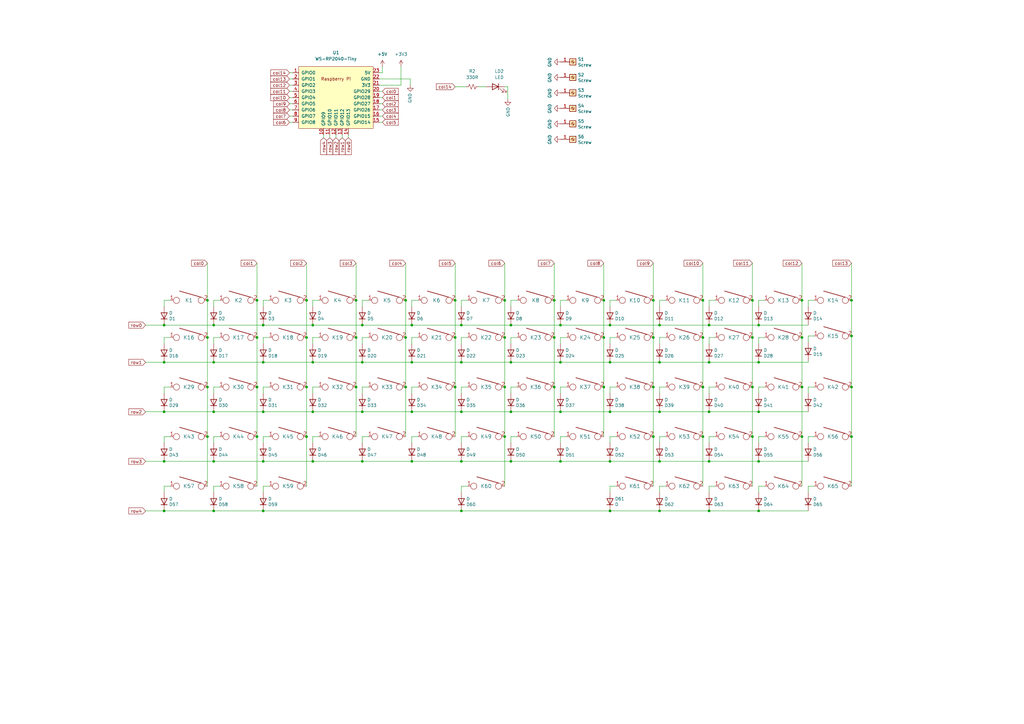
<source format=kicad_sch>
(kicad_sch (version 20211123) (generator eeschema)
  (paper "A3")
  (junction (at 227.33 158.75))
  (junction (at 227.33 138.43))
  (junction (at 229.87 168.91))
  (junction (at 311.15 168.91))
  (junction (at 270.51 209.55))
  (junction (at 85.09 138.43))
  (junction (at 125.73 123.19))
  (junction (at 105.41 123.19))
  (junction (at 85.09 158.75))
  (junction (at 308.61 179.07))
  (junction (at 148.59 189.23))
  (junction (at 311.15 189.23))
  (junction (at 168.91 168.91))
  (junction (at 229.87 148.59))
  (junction (at 209.55 168.91))
  (junction (at 207.01 158.75))
  (junction (at 107.95 148.59))
  (junction (at 290.83 133.35))
  (junction (at 229.87 133.35))
  (junction (at 87.63 133.35))
  (junction (at 105.41 158.75))
  (junction (at 288.29 138.43))
  (junction (at 146.05 123.19))
  (junction (at 311.15 148.59))
  (junction (at 349.25 123.19))
  (junction (at 247.65 158.75))
  (junction (at 207.01 138.43))
  (junction (at 166.37 123.19))
  (junction (at 189.23 209.55))
  (junction (at 207.01 123.19))
  (junction (at 125.73 138.43))
  (junction (at 128.27 168.91))
  (junction (at 168.91 148.59))
  (junction (at 148.59 168.91))
  (junction (at 107.95 168.91))
  (junction (at 166.37 138.43))
  (junction (at 67.31 209.55))
  (junction (at 85.09 123.19))
  (junction (at 128.27 189.23))
  (junction (at 107.95 209.55))
  (junction (at 290.83 209.55))
  (junction (at 349.25 179.07))
  (junction (at 328.93 123.19))
  (junction (at 247.65 138.43))
  (junction (at 328.93 179.07))
  (junction (at 125.73 179.07))
  (junction (at 105.41 179.07))
  (junction (at 308.61 138.43))
  (junction (at 270.51 168.91))
  (junction (at 67.31 133.35))
  (junction (at 166.37 158.75))
  (junction (at 288.29 158.75))
  (junction (at 128.27 148.59))
  (junction (at 250.19 133.35))
  (junction (at 209.55 133.35))
  (junction (at 148.59 148.59))
  (junction (at 270.51 189.23))
  (junction (at 270.51 133.35))
  (junction (at 267.97 138.43))
  (junction (at 267.97 158.75))
  (junction (at 87.63 209.55))
  (junction (at 107.95 189.23))
  (junction (at 290.83 168.91))
  (junction (at 186.69 158.75))
  (junction (at 308.61 123.19))
  (junction (at 267.97 179.07))
  (junction (at 107.95 133.35))
  (junction (at 87.63 189.23))
  (junction (at 250.19 209.55))
  (junction (at 227.33 123.19))
  (junction (at 229.87 189.23))
  (junction (at 67.31 189.23))
  (junction (at 168.91 189.23))
  (junction (at 148.59 133.35))
  (junction (at 250.19 189.23))
  (junction (at 267.97 123.19))
  (junction (at 207.01 179.07))
  (junction (at 290.83 189.23))
  (junction (at 87.63 148.59))
  (junction (at 328.93 138.43))
  (junction (at 250.19 148.59))
  (junction (at 209.55 148.59))
  (junction (at 288.29 179.07))
  (junction (at 311.15 133.35))
  (junction (at 186.69 138.43))
  (junction (at 189.23 189.23))
  (junction (at 349.25 137.795))
  (junction (at 349.25 158.75))
  (junction (at 128.27 133.35))
  (junction (at 209.55 189.23))
  (junction (at 189.23 133.35))
  (junction (at 328.93 158.75))
  (junction (at 146.05 138.43))
  (junction (at 250.19 168.91))
  (junction (at 67.31 148.59))
  (junction (at 125.73 158.75))
  (junction (at 168.91 133.35))
  (junction (at 308.61 158.75))
  (junction (at 189.23 168.91))
  (junction (at 186.69 123.19))
  (junction (at 67.31 168.91))
  (junction (at 290.83 148.59))
  (junction (at 270.51 148.59))
  (junction (at 189.23 148.59))
  (junction (at 85.09 179.07))
  (junction (at 311.15 209.55))
  (junction (at 87.63 168.91))
  (junction (at 247.65 123.19))
  (junction (at 146.05 158.75))
  (junction (at 105.41 138.43))
  (junction (at 288.29 123.19))
  (wire (pts (xy 331.47 137.795) (xy 334.01 137.795)))
  (wire (pts (xy 189.23 161.29) (xy 189.23 158.75)))
  (wire (pts (xy 189.23 189.23) (xy 209.55 189.23)))
  (wire (pts (xy 288.29 179.07) (xy 288.29 158.75)))
  (wire (pts (xy 67.31 123.19) (xy 69.85 123.19)))
  (wire (pts (xy 118.745 40.005) (xy 120.015 40.005)))
  (wire (pts (xy 164.465 34.925) (xy 155.575 34.925)))
  (wire (pts (xy 107.95 168.91) (xy 87.63 168.91)))
  (wire (pts (xy 229.87 138.43) (xy 232.41 138.43)))
  (wire (pts (xy 107.95 158.75) (xy 110.49 158.75)))
  (wire (pts (xy 227.33 138.43) (xy 227.33 158.75)))
  (wire (pts (xy 229.87 158.75) (xy 232.41 158.75)))
  (wire (pts (xy 148.59 125.73) (xy 148.59 123.19)))
  (wire (pts (xy 67.31 140.97) (xy 67.31 138.43)))
  (wire (pts (xy 118.745 45.085) (xy 120.015 45.085)))
  (wire (pts (xy 270.51 140.97) (xy 270.51 138.43)))
  (wire (pts (xy 250.19 148.59) (xy 270.51 148.59)))
  (wire (pts (xy 128.27 181.61) (xy 128.27 179.07)))
  (wire (pts (xy 107.95 133.35) (xy 128.27 133.35)))
  (wire (pts (xy 186.69 138.43) (xy 186.69 158.75)))
  (wire (pts (xy 189.23 133.35) (xy 209.55 133.35)))
  (wire (pts (xy 156.845 29.845) (xy 155.575 29.845)))
  (wire (pts (xy 290.83 179.07) (xy 293.37 179.07)))
  (wire (pts (xy 107.95 179.07) (xy 110.49 179.07)))
  (wire (pts (xy 331.47 181.61) (xy 331.47 179.07)))
  (wire (pts (xy 288.29 179.07) (xy 288.29 199.39)))
  (wire (pts (xy 107.95 140.97) (xy 107.95 138.43)))
  (wire (pts (xy 107.95 209.55) (xy 87.63 209.55)))
  (wire (pts (xy 331.47 123.19) (xy 334.01 123.19)))
  (wire (pts (xy 290.83 181.61) (xy 290.83 179.07)))
  (wire (pts (xy 270.51 199.39) (xy 273.05 199.39)))
  (wire (pts (xy 156.845 40.005) (xy 155.575 40.005)))
  (wire (pts (xy 349.25 107.95) (xy 349.25 123.19)))
  (wire (pts (xy 168.91 140.97) (xy 168.91 138.43)))
  (wire (pts (xy 107.95 125.73) (xy 107.95 123.19)))
  (wire (pts (xy 207.01 35.56) (xy 208.28 35.56)))
  (wire (pts (xy 128.27 148.59) (xy 148.59 148.59)))
  (wire (pts (xy 227.33 158.75) (xy 227.33 179.07)))
  (wire (pts (xy 156.845 42.545) (xy 155.575 42.545)))
  (wire (pts (xy 290.83 201.93) (xy 290.83 199.39)))
  (wire (pts (xy 168.91 179.07) (xy 171.45 179.07)))
  (wire (pts (xy 105.41 123.19) (xy 105.41 138.43)))
  (wire (pts (xy 229.87 189.23) (xy 250.19 189.23)))
  (wire (pts (xy 209.55 179.07) (xy 212.09 179.07)))
  (wire (pts (xy 125.73 138.43) (xy 125.73 158.75)))
  (wire (pts (xy 209.55 148.59) (xy 229.87 148.59)))
  (wire (pts (xy 311.15 209.55) (xy 331.47 209.55)))
  (wire (pts (xy 67.31 148.59) (xy 87.63 148.59)))
  (wire (pts (xy 148.59 140.97) (xy 148.59 138.43)))
  (wire (pts (xy 128.27 123.19) (xy 130.81 123.19)))
  (wire (pts (xy 308.61 123.19) (xy 308.61 138.43)))
  (wire (pts (xy 290.83 138.43) (xy 293.37 138.43)))
  (wire (pts (xy 229.87 168.91) (xy 209.55 168.91)))
  (wire (pts (xy 207.01 123.19) (xy 207.01 107.95)))
  (wire (pts (xy 87.63 199.39) (xy 90.17 199.39)))
  (wire (pts (xy 209.55 123.19) (xy 212.09 123.19)))
  (wire (pts (xy 168.91 125.73) (xy 168.91 123.19)))
  (wire (pts (xy 331.47 140.335) (xy 331.47 137.795)))
  (wire (pts (xy 331.47 179.07) (xy 334.01 179.07)))
  (wire (pts (xy 146.05 123.19) (xy 146.05 138.43)))
  (wire (pts (xy 328.93 123.19) (xy 328.93 107.95)))
  (wire (pts (xy 189.23 181.61) (xy 189.23 179.07)))
  (wire (pts (xy 140.335 56.515) (xy 140.335 55.245)))
  (wire (pts (xy 311.15 179.07) (xy 313.69 179.07)))
  (wire (pts (xy 189.23 199.39) (xy 191.77 199.39)))
  (wire (pts (xy 67.31 201.93) (xy 67.31 199.39)))
  (wire (pts (xy 156.845 50.165) (xy 155.575 50.165)))
  (wire (pts (xy 208.28 35.56) (xy 208.28 40.64)))
  (wire (pts (xy 105.41 158.75) (xy 105.41 179.07)))
  (wire (pts (xy 209.55 168.91) (xy 189.23 168.91)))
  (wire (pts (xy 349.25 137.795) (xy 349.25 158.75)))
  (wire (pts (xy 156.845 47.625) (xy 155.575 47.625)))
  (wire (pts (xy 59.69 148.59) (xy 67.31 148.59)))
  (wire (pts (xy 125.73 179.07) (xy 125.73 199.39)))
  (wire (pts (xy 186.69 123.19) (xy 186.69 138.43)))
  (wire (pts (xy 189.23 179.07) (xy 191.77 179.07)))
  (wire (pts (xy 142.875 56.515) (xy 142.875 55.245)))
  (wire (pts (xy 331.47 158.75) (xy 334.01 158.75)))
  (wire (pts (xy 229.87 123.19) (xy 232.41 123.19)))
  (wire (pts (xy 168.91 148.59) (xy 189.23 148.59)))
  (wire (pts (xy 186.69 158.75) (xy 186.69 179.07)))
  (wire (pts (xy 250.19 189.23) (xy 270.51 189.23)))
  (wire (pts (xy 59.69 133.35) (xy 67.31 133.35)))
  (wire (pts (xy 267.97 123.19) (xy 267.97 138.43)))
  (wire (pts (xy 250.19 201.93) (xy 250.19 199.39)))
  (wire (pts (xy 270.51 179.07) (xy 273.05 179.07)))
  (wire (pts (xy 118.745 37.465) (xy 120.015 37.465)))
  (wire (pts (xy 107.95 123.19) (xy 110.49 123.19)))
  (wire (pts (xy 125.73 123.19) (xy 125.73 138.43)))
  (wire (pts (xy 290.83 161.29) (xy 290.83 158.75)))
  (wire (pts (xy 128.27 138.43) (xy 130.81 138.43)))
  (wire (pts (xy 168.275 32.385) (xy 155.575 32.385)))
  (wire (pts (xy 168.91 168.91) (xy 148.59 168.91)))
  (wire (pts (xy 128.27 179.07) (xy 130.81 179.07)))
  (wire (pts (xy 137.795 56.515) (xy 137.795 55.245)))
  (wire (pts (xy 128.27 161.29) (xy 128.27 158.75)))
  (wire (pts (xy 290.83 140.97) (xy 290.83 138.43)))
  (wire (pts (xy 118.745 29.845) (xy 120.015 29.845)))
  (wire (pts (xy 132.715 56.515) (xy 132.715 55.245)))
  (wire (pts (xy 270.51 209.55) (xy 250.19 209.55)))
  (wire (pts (xy 349.25 179.07) (xy 349.25 199.39)))
  (wire (pts (xy 87.63 148.59) (xy 107.95 148.59)))
  (wire (pts (xy 118.745 34.925) (xy 120.015 34.925)))
  (wire (pts (xy 189.23 148.59) (xy 209.55 148.59)))
  (wire (pts (xy 229.87 148.59) (xy 250.19 148.59)))
  (wire (pts (xy 87.63 125.73) (xy 87.63 123.19)))
  (wire (pts (xy 229.87 179.07) (xy 232.41 179.07)))
  (wire (pts (xy 207.01 158.75) (xy 207.01 179.07)))
  (wire (pts (xy 247.65 123.19) (xy 247.65 107.95)))
  (wire (pts (xy 87.63 123.19) (xy 90.17 123.19)))
  (wire (pts (xy 125.73 158.75) (xy 125.73 179.07)))
  (wire (pts (xy 209.55 189.23) (xy 229.87 189.23)))
  (wire (pts (xy 189.23 140.97) (xy 189.23 138.43)))
  (wire (pts (xy 118.745 47.625) (xy 120.015 47.625)))
  (wire (pts (xy 67.31 133.35) (xy 87.63 133.35)))
  (wire (pts (xy 166.37 138.43) (xy 166.37 123.19)))
  (wire (pts (xy 118.745 42.545) (xy 120.015 42.545)))
  (wire (pts (xy 85.09 123.19) (xy 85.09 138.43)))
  (wire (pts (xy 290.83 158.75) (xy 293.37 158.75)))
  (wire (pts (xy 148.59 181.61) (xy 148.59 179.07)))
  (wire (pts (xy 250.19 161.29) (xy 250.19 158.75)))
  (wire (pts (xy 168.91 123.19) (xy 171.45 123.19)))
  (wire (pts (xy 270.51 161.29) (xy 270.51 158.75)))
  (wire (pts (xy 146.05 107.95) (xy 146.05 123.19)))
  (wire (pts (xy 105.41 138.43) (xy 105.41 158.75)))
  (wire (pts (xy 168.91 161.29) (xy 168.91 158.75)))
  (wire (pts (xy 67.31 158.75) (xy 69.85 158.75)))
  (wire (pts (xy 166.37 123.19) (xy 166.37 107.95)))
  (wire (pts (xy 85.09 179.07) (xy 85.09 199.39)))
  (wire (pts (xy 148.59 179.07) (xy 151.13 179.07)))
  (wire (pts (xy 87.63 201.93) (xy 87.63 199.39)))
  (wire (pts (xy 229.87 125.73) (xy 229.87 123.19)))
  (wire (pts (xy 209.55 140.97) (xy 209.55 138.43)))
  (wire (pts (xy 107.95 148.59) (xy 128.27 148.59)))
  (wire (pts (xy 311.15 199.39) (xy 313.69 199.39)))
  (wire (pts (xy 67.31 179.07) (xy 69.85 179.07)))
  (wire (pts (xy 290.83 123.19) (xy 293.37 123.19)))
  (wire (pts (xy 331.47 161.29) (xy 331.47 158.75)))
  (wire (pts (xy 311.15 125.73) (xy 311.15 123.19)))
  (wire (pts (xy 164.465 27.305) (xy 164.465 34.925)))
  (wire (pts (xy 186.69 107.95) (xy 186.69 123.19)))
  (wire (pts (xy 308.61 138.43) (xy 308.61 158.75)))
  (wire (pts (xy 146.05 158.75) (xy 146.05 179.07)))
  (wire (pts (xy 250.19 138.43) (xy 252.73 138.43)))
  (wire (pts (xy 270.51 201.93) (xy 270.51 199.39)))
  (wire (pts (xy 105.41 107.95) (xy 105.41 123.19)))
  (wire (pts (xy 311.15 133.35) (xy 331.47 133.35)))
  (wire (pts (xy 250.19 181.61) (xy 250.19 179.07)))
  (wire (pts (xy 87.63 179.07) (xy 90.17 179.07)))
  (wire (pts (xy 168.91 181.61) (xy 168.91 179.07)))
  (wire (pts (xy 250.19 125.73) (xy 250.19 123.19)))
  (wire (pts (xy 148.59 123.19) (xy 151.13 123.19)))
  (wire (pts (xy 67.31 199.39) (xy 69.85 199.39)))
  (wire (pts (xy 247.65 138.43) (xy 247.65 123.19)))
  (wire (pts (xy 331.47 125.73) (xy 331.47 123.19)))
  (wire (pts (xy 250.19 179.07) (xy 252.73 179.07)))
  (wire (pts (xy 349.25 123.19) (xy 349.25 137.795)))
  (wire (pts (xy 67.31 181.61) (xy 67.31 179.07)))
  (wire (pts (xy 270.51 125.73) (xy 270.51 123.19)))
  (wire (pts (xy 288.29 138.43) (xy 288.29 123.19)))
  (wire (pts (xy 118.745 50.165) (xy 120.015 50.165)))
  (wire (pts (xy 118.745 32.385) (xy 120.015 32.385)))
  (wire (pts (xy 209.55 161.29) (xy 209.55 158.75)))
  (wire (pts (xy 168.91 133.35) (xy 189.23 133.35)))
  (wire (pts (xy 229.87 161.29) (xy 229.87 158.75)))
  (wire (pts (xy 331.47 201.93) (xy 331.47 199.39)))
  (wire (pts (xy 107.95 181.61) (xy 107.95 179.07)))
  (wire (pts (xy 189.23 201.93) (xy 189.23 199.39)))
  (wire (pts (xy 105.41 179.07) (xy 105.41 199.39)))
  (wire (pts (xy 250.19 168.91) (xy 229.87 168.91)))
  (wire (pts (xy 107.95 199.39) (xy 110.49 199.39)))
  (wire (pts (xy 331.47 199.39) (xy 334.01 199.39)))
  (wire (pts (xy 128.27 158.75) (xy 130.81 158.75)))
  (wire (pts (xy 207.01 179.07) (xy 207.01 199.39)))
  (wire (pts (xy 189.23 123.19) (xy 191.77 123.19)))
  (wire (pts (xy 349.25 158.75) (xy 349.25 179.07)))
  (wire (pts (xy 227.33 107.95) (xy 227.33 123.19)))
  (wire (pts (xy 107.95 189.23) (xy 128.27 189.23)))
  (wire (pts (xy 250.19 199.39) (xy 252.73 199.39)))
  (wire (pts (xy 59.69 189.23) (xy 67.31 189.23)))
  (wire (pts (xy 148.59 189.23) (xy 168.91 189.23)))
  (wire (pts (xy 87.63 181.61) (xy 87.63 179.07)))
  (wire (pts (xy 128.27 133.35) (xy 148.59 133.35)))
  (wire (pts (xy 311.15 161.29) (xy 311.15 158.75)))
  (wire (pts (xy 290.83 125.73) (xy 290.83 123.19)))
  (wire (pts (xy 128.27 168.91) (xy 107.95 168.91)))
  (wire (pts (xy 311.15 168.91) (xy 290.83 168.91)))
  (wire (pts (xy 189.23 168.91) (xy 168.91 168.91)))
  (wire (pts (xy 166.37 158.75) (xy 166.37 138.43)))
  (wire (pts (xy 247.65 179.07) (xy 247.65 158.75)))
  (wire (pts (xy 85.09 158.75) (xy 85.09 179.07)))
  (wire (pts (xy 107.95 138.43) (xy 110.49 138.43)))
  (wire (pts (xy 67.31 138.43) (xy 69.85 138.43)))
  (wire (pts (xy 270.51 181.61) (xy 270.51 179.07)))
  (wire (pts (xy 87.63 189.23) (xy 107.95 189.23)))
  (wire (pts (xy 85.09 107.95) (xy 85.09 123.19)))
  (wire (pts (xy 267.97 107.95) (xy 267.97 123.19)))
  (wire (pts (xy 290.83 209.55) (xy 270.51 209.55)))
  (wire (pts (xy 189.23 158.75) (xy 191.77 158.75)))
  (wire (pts (xy 250.19 158.75) (xy 252.73 158.75)))
  (wire (pts (xy 267.97 138.43) (xy 267.97 158.75)))
  (wire (pts (xy 270.51 123.19) (xy 273.05 123.19)))
  (wire (pts (xy 328.93 158.75) (xy 328.93 138.43)))
  (wire (pts (xy 270.51 158.75) (xy 273.05 158.75)))
  (wire (pts (xy 189.23 209.55) (xy 250.19 209.55)))
  (wire (pts (xy 67.31 168.91) (xy 59.69 168.91)))
  (wire (pts (xy 189.23 209.55) (xy 107.95 209.55)))
  (wire (pts (xy 229.87 140.97) (xy 229.87 138.43)))
  (wire (pts (xy 107.95 161.29) (xy 107.95 158.75)))
  (wire (pts (xy 196.215 35.56) (xy 199.39 35.56)))
  (wire (pts (xy 209.55 125.73) (xy 209.55 123.19)))
  (wire (pts (xy 247.65 158.75) (xy 247.65 138.43)))
  (wire (pts (xy 209.55 133.35) (xy 229.87 133.35)))
  (wire (pts (xy 290.83 199.39) (xy 293.37 199.39)))
  (wire (pts (xy 168.91 138.43) (xy 171.45 138.43)))
  (wire (pts (xy 290.83 189.23) (xy 311.15 189.23)))
  (wire (pts (xy 311.15 123.19) (xy 313.69 123.19)))
  (wire (pts (xy 156.845 27.305) (xy 156.845 29.845)))
  (wire (pts (xy 207.01 138.43) (xy 207.01 123.19)))
  (wire (pts (xy 270.51 168.91) (xy 250.19 168.91)))
  (wire (pts (xy 270.51 138.43) (xy 273.05 138.43)))
  (wire (pts (xy 189.23 125.73) (xy 189.23 123.19)))
  (wire (pts (xy 128.27 189.23) (xy 148.59 189.23)))
  (wire (pts (xy 250.19 123.19) (xy 252.73 123.19)))
  (wire (pts (xy 270.51 133.35) (xy 290.83 133.35)))
  (wire (pts (xy 148.59 168.91) (xy 128.27 168.91)))
  (wire (pts (xy 308.61 179.07) (xy 308.61 199.39)))
  (wire (pts (xy 209.55 181.61) (xy 209.55 179.07)))
  (wire (pts (xy 85.09 138.43) (xy 85.09 158.75)))
  (wire (pts (xy 128.27 140.97) (xy 128.27 138.43)))
  (wire (pts (xy 229.87 133.35) (xy 250.19 133.35)))
  (wire (pts (xy 290.83 133.35) (xy 311.15 133.35)))
  (wire (pts (xy 207.01 138.43) (xy 207.01 158.75)))
  (wire (pts (xy 250.19 133.35) (xy 270.51 133.35)))
  (wire (pts (xy 267.97 158.75) (xy 267.97 179.07)))
  (wire (pts (xy 148.59 158.75) (xy 151.13 158.75)))
  (wire (pts (xy 311.15 138.43) (xy 313.69 138.43)))
  (wire (pts (xy 229.87 181.61) (xy 229.87 179.07)))
  (wire (pts (xy 128.27 125.73) (xy 128.27 123.19)))
  (wire (pts (xy 148.59 133.35) (xy 168.91 133.35)))
  (wire (pts (xy 67.31 189.23) (xy 87.63 189.23)))
  (wire (pts (xy 311.15 201.93) (xy 311.15 199.39)))
  (wire (pts (xy 267.97 179.07) (xy 267.97 199.39)))
  (wire (pts (xy 168.91 189.23) (xy 189.23 189.23)))
  (wire (pts (xy 331.47 148.59) (xy 331.47 147.955)))
  (wire (pts (xy 168.275 34.925) (xy 168.275 32.385)))
  (wire (pts (xy 328.93 158.75) (xy 328.93 179.07)))
  (wire (pts (xy 328.93 138.43) (xy 328.93 123.19)))
  (wire (pts (xy 290.83 168.91) (xy 270.51 168.91)))
  (wire (pts (xy 331.47 168.91) (xy 311.15 168.91)))
  (wire (pts (xy 107.95 201.93) (xy 107.95 199.39)))
  (wire (pts (xy 328.93 179.07) (xy 328.93 199.39)))
  (wire (pts (xy 168.91 158.75) (xy 171.45 158.75)))
  (wire (pts (xy 308.61 107.95) (xy 308.61 123.19)))
  (wire (pts (xy 148.59 138.43) (xy 151.13 138.43)))
  (wire (pts (xy 227.33 123.19) (xy 227.33 138.43)))
  (wire (pts (xy 67.31 161.29) (xy 67.31 158.75)))
  (wire (pts (xy 87.63 209.55) (xy 67.31 209.55)))
  (wire (pts (xy 189.23 138.43) (xy 191.77 138.43)))
  (wire (pts (xy 250.19 140.97) (xy 250.19 138.43)))
  (wire (pts (xy 67.31 125.73) (xy 67.31 123.19)))
  (wire (pts (xy 67.31 209.55) (xy 59.69 209.55)))
  (wire (pts (xy 209.55 138.43) (xy 212.09 138.43)))
  (wire (pts (xy 311.15 181.61) (xy 311.15 179.07)))
  (wire (pts (xy 87.63 168.91) (xy 67.31 168.91)))
  (wire (pts (xy 288.29 158.75) (xy 288.29 138.43)))
  (wire (pts (xy 270.51 189.23) (xy 290.83 189.23)))
  (wire (pts (xy 125.73 107.95) (xy 125.73 123.19)))
  (wire (pts (xy 311.15 209.55) (xy 290.83 209.55)))
  (wire (pts (xy 148.59 148.59) (xy 168.91 148.59)))
  (wire (pts (xy 87.63 161.29) (xy 87.63 158.75)))
  (wire (pts (xy 135.255 56.515) (xy 135.255 55.245)))
  (wire (pts (xy 308.61 158.75) (xy 308.61 179.07)))
  (wire (pts (xy 148.59 161.29) (xy 148.59 158.75)))
  (wire (pts (xy 311.15 189.23) (xy 331.47 189.23)))
  (wire (pts (xy 290.83 148.59) (xy 311.15 148.59)))
  (wire (pts (xy 311.15 148.59) (xy 331.47 148.59)))
  (wire (pts (xy 270.51 148.59) (xy 290.83 148.59)))
  (wire (pts (xy 311.15 158.75) (xy 313.69 158.75)))
  (wire (pts (xy 146.05 138.43) (xy 146.05 158.75)))
  (wire (pts (xy 288.29 123.19) (xy 288.29 107.95)))
  (wire (pts (xy 87.63 140.97) (xy 87.63 138.43)))
  (wire (pts (xy 209.55 158.75) (xy 212.09 158.75)))
  (wire (pts (xy 156.845 45.085) (xy 155.575 45.085)))
  (wire (pts (xy 87.63 158.75) (xy 90.17 158.75)))
  (wire (pts (xy 156.845 37.465) (xy 155.575 37.465)))
  (wire (pts (xy 166.37 179.07) (xy 166.37 158.75)))
  (wire (pts (xy 311.15 140.97) (xy 311.15 138.43)))
  (wire (pts (xy 87.63 133.35) (xy 107.95 133.35)))
  (wire (pts (xy 186.69 35.56) (xy 191.135 35.56)))
  (wire (pts (xy 87.63 138.43) (xy 90.17 138.43)))
  (global_label "col8" (shape input) (at 247.65 107.95 180) (property "Intersheet References" "${INTERSHEET_REFS}" (effects hide)))
  (global_label "col13" (shape input) (at 349.25 107.95 180) (property "Intersheet References" "${INTERSHEET_REFS}" (effects hide)))
  (global_label "col11" (shape input) (at 118.745 37.465 180) (property "Intersheet References" "${INTERSHEET_REFS}" (effects hide)))
  (global_label "col12" (shape input) (at 118.745 34.925 180) (property "Intersheet References" "${INTERSHEET_REFS}" (effects hide)))
  (global_label "col6" (shape input) (at 118.745 50.165 180) (property "Intersheet References" "${INTERSHEET_REFS}" (effects hide)))
  (global_label "col12" (shape input) (at 328.93 107.95 180) (property "Intersheet References" "${INTERSHEET_REFS}" (effects hide)))
  (global_label "col4" (shape input) (at 166.37 107.95 180) (property "Intersheet References" "${INTERSHEET_REFS}" (effects hide)))
  (global_label "col10" (shape input) (at 288.29 107.95 180) (property "Intersheet References" "${INTERSHEET_REFS}" (effects hide)))
  (global_label "col2" (shape input) (at 156.845 42.545 0) (property "Intersheet References" "${INTERSHEET_REFS}" (effects hide)))
  (global_label "col0" (shape input) (at 85.09 107.95 180) (property "Intersheet References" "${INTERSHEET_REFS}" (effects hide)))
  (global_label "col6" (shape input) (at 207.01 107.95 180) (property "Intersheet References" "${INTERSHEET_REFS}" (effects hide)))
  (global_label "row1" (shape input) (at 59.69 148.59 180) (property "Intersheet References" "${INTERSHEET_REFS}" (effects hide)))
  (global_label "col7" (shape input) (at 227.33 107.95 180) (property "Intersheet References" "${INTERSHEET_REFS}" (effects hide)))
  (global_label "col9" (shape input) (at 118.745 42.545 180) (property "Intersheet References" "${INTERSHEET_REFS}" (effects hide)))
  (global_label "row2" (shape input) (at 59.69 168.91 180) (property "Intersheet References" "${INTERSHEET_REFS}" (effects hide)))
  (global_label "row2" (shape input) (at 137.795 56.515 270) (property "Intersheet References" "${INTERSHEET_REFS}" (effects hide)))
  (global_label "row3" (shape input) (at 59.69 189.23 180) (property "Intersheet References" "${INTERSHEET_REFS}" (effects hide)))
  (global_label "row0" (shape input) (at 142.875 56.515 270) (property "Intersheet References" "${INTERSHEET_REFS}" (effects hide)))
  (global_label "col0" (shape input) (at 156.845 37.465 0) (property "Intersheet References" "${INTERSHEET_REFS}" (effects hide)))
  (global_label "col3" (shape input) (at 146.05 107.95 180) (property "Intersheet References" "${INTERSHEET_REFS}" (effects hide)))
  (global_label "col8" (shape input) (at 118.745 45.085 180) (property "Intersheet References" "${INTERSHEET_REFS}" (effects hide)))
  (global_label "col3" (shape input) (at 156.845 45.085 0) (property "Intersheet References" "${INTERSHEET_REFS}" (effects hide)))
  (global_label "row3" (shape input) (at 135.255 56.515 270) (property "Intersheet References" "${INTERSHEET_REFS}" (effects hide)))
  (global_label "row4" (shape input) (at 59.69 209.55 180) (property "Intersheet References" "${INTERSHEET_REFS}" (effects hide)))
  (global_label "col14" (shape input) (at 118.745 29.845 180) (property "Intersheet References" "${INTERSHEET_REFS}" (effects hide)))
  (global_label "col13" (shape input) (at 118.745 32.385 180) (property "Intersheet References" "${INTERSHEET_REFS}" (effects hide)))
  (global_label "col1" (shape input) (at 156.845 40.005 0) (property "Intersheet References" "${INTERSHEET_REFS}" (effects hide)))
  (global_label "col10" (shape input) (at 118.745 40.005 180) (property "Intersheet References" "${INTERSHEET_REFS}" (effects hide)))
  (global_label "col11" (shape input) (at 308.61 107.95 180) (property "Intersheet References" "${INTERSHEET_REFS}" (effects hide)))
  (global_label "col4" (shape input) (at 156.845 47.625 0) (property "Intersheet References" "${INTERSHEET_REFS}" (effects hide)))
  (global_label "row1" (shape input) (at 140.335 56.515 270) (property "Intersheet References" "${INTERSHEET_REFS}" (effects hide)))
  (global_label "col2" (shape input) (at 125.73 107.95 180) (property "Intersheet References" "${INTERSHEET_REFS}" (effects hide)))
  (global_label "col5" (shape input) (at 156.845 50.165 0) (property "Intersheet References" "${INTERSHEET_REFS}" (effects hide)))
  (global_label "col14" (shape input) (at 186.69 35.56 180) (property "Intersheet References" "${INTERSHEET_REFS}" (effects hide)))
  (global_label "col5" (shape input) (at 186.69 107.95 180) (property "Intersheet References" "${INTERSHEET_REFS}" (effects hide)))
  (global_label "row4" (shape input) (at 132.715 56.515 270) (property "Intersheet References" "${INTERSHEET_REFS}" (effects hide)))
  (global_label "col1" (shape input) (at 105.41 107.95 180) (property "Intersheet References" "${INTERSHEET_REFS}" (effects hide)))
  (global_label "row0" (shape input) (at 59.69 133.35 180) (property "Intersheet References" "${INTERSHEET_REFS}" (effects hide)))
  (global_label "col7" (shape input) (at 118.745 47.625 180) (property "Intersheet References" "${INTERSHEET_REFS}" (effects hide)))
  (global_label "col9" (shape input) (at 267.97 107.95 180) (property "Intersheet References" "${INTERSHEET_REFS}" (effects hide)))
  (symbol (lib_id "Connector:Screw_Terminal_01x01") (at 234.95 25.4 0) (unit 1)
    (property "Reference" "S1" (at 236.982 24.3332 0) (effects (justify left)))
    (property "Value" "Screw" (at 236.982 26.6446 0) (effects (justify left)))
    (property "Footprint" "schizobovine:3_5x2.5mm" (effects hide))
  )
  (symbol (lib_id "Power:GND") (at 229.87 25.4 270) (unit 1)
    (property "Reference" "#PWR0114" (effects hide))
    (property "Value" "GND" (at 225.4758 25.527 0))
  )
  (symbol (lib_name "Screw_Terminal_01x01_4") (lib_id "Connector:Screw_Terminal_01x01") (at 234.95 31.75 0) (unit 1)
    (property "Reference" "S2" (at 236.982 30.6832 0) (effects (justify left)))
    (property "Value" "Screw" (at 236.982 32.9946 0) (effects (justify left)))
    (property "Footprint" "schizobovine:3_5x2.5mm" (effects hide))
  )
  (symbol (lib_id "Power:GND") (at 229.87 31.75 270) (unit 1)
    (property "Reference" "#PWR0115" (effects hide))
    (property "Value" "GND" (at 225.4758 31.877 0))
  )
  (symbol (lib_name "Screw_Terminal_01x01_5") (lib_id "Connector:Screw_Terminal_01x01") (at 234.95 38.1 0) (unit 1)
    (property "Reference" "S3" (at 236.982 37.0332 0) (effects (justify left)))
    (property "Value" "Screw" (at 236.982 39.3446 0) (effects (justify left)))
    (property "Footprint" "schizobovine:MountingHole_2.2mm_M2_Pad_TopOnly" (effects hide))
  )
  (symbol (lib_id "Power:GND") (at 229.87 38.1 270) (unit 1)
    (property "Reference" "#PWR0116" (effects hide))
    (property "Value" "GND" (at 225.4758 38.227 0))
  )
  (symbol (lib_name "Screw_Terminal_01x01_1") (lib_id "Connector:Screw_Terminal_01x01") (at 234.95 44.45 0) (unit 1)
    (property "Reference" "S4" (at 236.982 43.3832 0) (effects (justify left)))
    (property "Value" "Screw" (at 236.982 45.6946 0) (effects (justify left)))
    (property "Footprint" "schizobovine:8x3.5_7x2.5mm" (effects hide))
  )
  (symbol (lib_id "Power:GND") (at 229.87 44.45 270) (unit 1)
    (property "Reference" "#PWR0117" (effects hide))
    (property "Value" "GND" (at 225.4758 44.577 0))
  )
  (symbol (lib_name "Screw_Terminal_01x01_2") (lib_id "Connector:Screw_Terminal_01x01") (at 234.95 50.8 0) (unit 1)
    (property "Reference" "S5" (at 236.982 49.7332 0) (effects (justify left)))
    (property "Value" "Screw" (at 236.982 52.0446 0) (effects (justify left)))
    (property "Footprint" "schizobovine:8x3.5_7x2.5mm" (effects hide))
  )
  (symbol (lib_id "Power:GND") (at 229.87 50.8 270) (unit 1)
    (property "Reference" "#PWR0118" (effects hide))
    (property "Value" "GND" (at 225.4758 50.927 0))
  )
  (symbol (lib_name "Screw_Terminal_01x01_3") (lib_id "Connector:Screw_Terminal_01x01") (at 234.95 57.15 0) (unit 1)
    (property "Reference" "S6" (at 236.982 56.0832 0) (effects (justify left)))
    (property "Value" "Screw" (at 236.982 58.3946 0) (effects (justify left)))
    (property "Footprint" "schizobovine:3_5x2.5mm" (effects hide))
  )
  (symbol (lib_id "Power:GND") (at 229.87 57.15 270) (unit 1)
    (property "Reference" "#PWR0119" (effects hide))
    (property "Value" "GND" (at 225.4758 57.277 0))
  )
  (symbol (lib_id "keyboard_parts:KEYSW") (at 77.47 123.19 0) (mirror y) (unit 1)
    (property "Reference" "K1" (at 77.47 123.19 0) (effects (font (size 1.524 1.524))))
    (property "Value" "KEYSW" (effects hide))
    (property "Footprint" "Switch_Keyboard_Hotswap_Kailh_mine:SW_Soldered_Kailh_Choc_V2_1.00u" (effects hide))
  )
  (symbol (lib_name "D_10") (lib_id "Device:D") (at 67.31 129.54 270) (mirror x) (unit 1)
    (property "Reference" "D1" (at 69.3166 130.7084 90) (effects (justify left)))
    (property "Value" "D" (at 69.3166 128.397 90) (effects (justify left)))
    (property "Footprint" "Diode_SMD:D_SOD-323_HandSoldering" (effects hide))
  )
  (symbol (lib_id "keyboard_parts:KEYSW") (at 97.79 123.19 0) (mirror y) (unit 1)
    (property "Reference" "K2" (at 97.79 123.19 0) (effects (font (size 1.524 1.524))))
    (property "Value" "KEYSW" (effects hide))
    (property "Footprint" "Switch_Keyboard_Hotswap_Kailh_mine:SW_Soldered_Kailh_Choc_V2_1.00u" (effects hide))
  )
  (symbol (lib_name "D_12") (lib_id "Device:D") (at 87.63 129.54 270) (mirror x) (unit 1)
    (property "Reference" "D2" (at 89.6366 130.7084 90) (effects (justify left)))
    (property "Value" "D" (at 89.6366 128.397 90) (effects (justify left)))
    (property "Footprint" "Diode_SMD:D_SOD-323_HandSoldering" (effects hide))
  )
  (symbol (lib_id "keyboard_parts:KEYSW") (at 118.11 123.19 0) (mirror y) (unit 1)
    (property "Reference" "K3" (at 118.11 123.19 0) (effects (font (size 1.524 1.524))))
    (property "Value" "KEYSW" (effects hide))
    (property "Footprint" "Switch_Keyboard_Hotswap_Kailh_mine:SW_Soldered_Kailh_Choc_V2_1.00u" (effects hide))
  )
  (symbol (lib_name "D_5") (lib_id "Device:D") (at 107.95 129.54 270) (mirror x) (unit 1)
    (property "Reference" "D3" (at 109.9566 130.7084 90) (effects (justify left)))
    (property "Value" "D" (at 109.9566 128.397 90) (effects (justify left)))
    (property "Footprint" "Diode_SMD:D_SOD-323_HandSoldering" (effects hide))
  )
  (symbol (lib_id "keyboard_parts:KEYSW") (at 138.43 123.19 0) (mirror y) (unit 1)
    (property "Reference" "K4" (at 138.43 123.19 0) (effects (font (size 1.524 1.524))))
    (property "Value" "KEYSW" (effects hide))
    (property "Footprint" "Switch_Keyboard_Hotswap_Kailh_mine:SW_Soldered_Kailh_Choc_V2_1.00u" (effects hide))
  )
  (symbol (lib_name "D_6") (lib_id "Device:D") (at 128.27 129.54 270) (mirror x) (unit 1)
    (property "Reference" "D4" (at 130.2766 130.7084 90) (effects (justify left)))
    (property "Value" "D" (at 130.2766 128.397 90) (effects (justify left)))
    (property "Footprint" "Diode_SMD:D_SOD-323_HandSoldering" (effects hide))
  )
  (symbol (lib_id "keyboard_parts:KEYSW") (at 158.75 123.19 0) (mirror y) (unit 1)
    (property "Reference" "K5" (at 158.75 123.19 0) (effects (font (size 1.524 1.524))))
    (property "Value" "KEYSW" (effects hide))
    (property "Footprint" "Switch_Keyboard_Hotswap_Kailh_mine:SW_Soldered_Kailh_Choc_V2_1.00u" (effects hide))
  )
  (symbol (lib_name "D_2") (lib_id "Device:D") (at 148.59 129.54 270) (mirror x) (unit 1)
    (property "Reference" "D5" (at 150.5966 130.7084 90) (effects (justify left)))
    (property "Value" "D" (at 150.5966 128.397 90) (effects (justify left)))
    (property "Footprint" "Diode_SMD:D_SOD-323_HandSoldering" (effects hide))
  )
  (symbol (lib_id "keyboard_parts:KEYSW") (at 179.07 123.19 0) (mirror y) (unit 1)
    (property "Reference" "K6" (at 179.07 123.19 0) (effects (font (size 1.524 1.524))))
    (property "Value" "KEYSW" (effects hide))
    (property "Footprint" "Switch_Keyboard_Hotswap_Kailh_mine:SW_Soldered_Kailh_Choc_V2_1.00u" (effects hide))
  )
  (symbol (lib_name "D_1") (lib_id "Device:D") (at 168.91 129.54 270) (mirror x) (unit 1)
    (property "Reference" "D6" (at 170.9166 130.7084 90) (effects (justify left)))
    (property "Value" "D" (at 170.9166 128.397 90) (effects (justify left)))
    (property "Footprint" "Diode_SMD:D_SOD-323_HandSoldering" (effects hide))
  )
  (symbol (lib_id "keyboard_parts:KEYSW") (at 199.39 123.19 0) (mirror y) (unit 1)
    (property "Reference" "K7" (at 199.39 123.19 0) (effects (font (size 1.524 1.524))))
    (property "Value" "KEYSW" (effects hide))
    (property "Footprint" "Switch_Keyboard_Hotswap_Kailh_mine:SW_Soldered_Kailh_Choc_V2_1.00u" (effects hide))
  )
  (symbol (lib_name "D_58") (lib_id "Device:D") (at 189.23 129.54 270) (mirror x) (unit 1)
    (property "Reference" "D7" (at 191.2366 130.7084 90) (effects (justify left)))
    (property "Value" "D" (at 191.2366 128.397 90) (effects (justify left)))
    (property "Footprint" "Diode_SMD:D_SOD-323_HandSoldering" (effects hide))
  )
  (symbol (lib_id "keyboard_parts:KEYSW") (at 219.71 123.19 0) (mirror y) (unit 1)
    (property "Reference" "K8" (at 219.71 123.19 0) (effects (font (size 1.524 1.524))))
    (property "Value" "KEYSW" (effects hide))
    (property "Footprint" "Switch_Keyboard_Hotswap_Kailh_mine:SW_Soldered_Kailh_Choc_V2_1.00u" (effects hide))
  )
  (symbol (lib_name "D_51") (lib_id "Device:D") (at 209.55 129.54 270) (mirror x) (unit 1)
    (property "Reference" "D8" (at 211.5566 130.7084 90) (effects (justify left)))
    (property "Value" "D" (at 211.5566 128.397 90) (effects (justify left)))
    (property "Footprint" "Diode_SMD:D_SOD-323_HandSoldering" (effects hide))
  )
  (symbol (lib_id "keyboard_parts:KEYSW") (at 240.03 123.19 0) (mirror y) (unit 1)
    (property "Reference" "K9" (at 240.03 123.19 0) (effects (font (size 1.524 1.524))))
    (property "Value" "KEYSW" (effects hide))
    (property "Footprint" "Switch_Keyboard_Hotswap_Kailh_mine:SW_Soldered_Kailh_Choc_V2_1.00u" (effects hide))
  )
  (symbol (lib_name "D_48") (lib_id "Device:D") (at 229.87 129.54 270) (mirror x) (unit 1)
    (property "Reference" "D9" (at 231.8766 130.7084 90) (effects (justify left)))
    (property "Value" "D" (at 231.8766 128.397 90) (effects (justify left)))
    (property "Footprint" "Diode_SMD:D_SOD-323_HandSoldering" (effects hide))
  )
  (symbol (lib_id "keyboard_parts:KEYSW") (at 260.35 123.19 0) (mirror y) (unit 1)
    (property "Reference" "K10" (at 260.35 123.19 0) (effects (font (size 1.524 1.524))))
    (property "Value" "KEYSW" (effects hide))
    (property "Footprint" "Switch_Keyboard_Hotswap_Kailh_mine:SW_Soldered_Kailh_Choc_V2_1.00u" (effects hide))
  )
  (symbol (lib_name "D_64") (lib_id "Device:D") (at 250.19 129.54 270) (mirror x) (unit 1)
    (property "Reference" "D10" (at 252.1966 130.7084 90) (effects (justify left)))
    (property "Value" "D" (at 252.1966 128.397 90) (effects (justify left)))
    (property "Footprint" "Diode_SMD:D_SOD-323_HandSoldering" (effects hide))
  )
  (symbol (lib_id "keyboard_parts:KEYSW") (at 280.67 123.19 0) (mirror y) (unit 1)
    (property "Reference" "K11" (at 280.67 123.19 0) (effects (font (size 1.524 1.524))))
    (property "Value" "KEYSW" (effects hide))
    (property "Footprint" "Switch_Keyboard_Hotswap_Kailh_mine:SW_Soldered_Kailh_Choc_V2_1.00u" (effects hide))
  )
  (symbol (lib_name "D_45") (lib_id "Device:D") (at 270.51 129.54 270) (mirror x) (unit 1)
    (property "Reference" "D11" (at 272.5166 130.7084 90) (effects (justify left)))
    (property "Value" "D" (at 272.5166 128.397 90) (effects (justify left)))
    (property "Footprint" "Diode_SMD:D_SOD-323_HandSoldering" (effects hide))
  )
  (symbol (lib_id "keyboard_parts:KEYSW") (at 300.99 123.19 0) (mirror y) (unit 1)
    (property "Reference" "K12" (at 300.99 123.19 0) (effects (font (size 1.524 1.524))))
    (property "Value" "KEYSW" (effects hide))
    (property "Footprint" "Switch_Keyboard_Hotswap_Kailh_mine:SW_Soldered_Kailh_Choc_V2_1.00u" (effects hide))
  )
  (symbol (lib_name "D_46") (lib_id "Device:D") (at 290.83 129.54 270) (mirror x) (unit 1)
    (property "Reference" "D12" (at 292.8366 130.7084 90) (effects (justify left)))
    (property "Value" "D" (at 292.8366 128.397 90) (effects (justify left)))
    (property "Footprint" "Diode_SMD:D_SOD-323_HandSoldering" (effects hide))
  )
  (symbol (lib_id "keyboard_parts:KEYSW") (at 321.31 123.19 0) (mirror y) (unit 1)
    (property "Reference" "K13" (at 321.31 123.19 0) (effects (font (size 1.524 1.524))))
    (property "Value" "KEYSW" (effects hide))
    (property "Footprint" "Switch_Keyboard_Hotswap_Kailh_mine:SW_Soldered_Kailh_Choc_V2_1.00u" (effects hide))
  )
  (symbol (lib_name "D_40") (lib_id "Device:D") (at 311.15 129.54 270) (mirror x) (unit 1)
    (property "Reference" "D13" (at 313.1566 130.7084 90) (effects (justify left)))
    (property "Value" "D" (at 313.1566 128.397 90) (effects (justify left)))
    (property "Footprint" "Diode_SMD:D_SOD-323_HandSoldering" (effects hide))
  )
  (symbol (lib_id "keyboard_parts:KEYSW") (at 341.63 123.19 0) (mirror y) (unit 1)
    (property "Reference" "K14" (at 341.63 123.19 0) (effects (font (size 1.524 1.524))))
    (property "Value" "KEYSW" (effects hide))
    (property "Footprint" "Switch_Keyboard_Hotswap_Kailh_mine:SW_Soldered_Kailh_Choc_V2_1.00u" (effects hide))
  )
  (symbol (lib_name "D_42") (lib_id "Device:D") (at 331.47 129.54 270) (mirror x) (unit 1)
    (property "Reference" "D14" (at 333.4766 130.7084 90) (effects (justify left)))
    (property "Value" "D" (at 333.4766 128.397 90) (effects (justify left)))
    (property "Footprint" "Diode_SMD:D_SOD-323_HandSoldering" (effects hide))
  )
  (symbol (lib_id "keyboard_parts:KEYSW") (at 77.47 138.43 0) (mirror y) (unit 1)
    (property "Reference" "K16" (at 77.47 138.43 0) (effects (font (size 1.524 1.524))))
    (property "Value" "KEYSW" (effects hide))
    (property "Footprint" "Switch_Keyboard_Hotswap_Kailh_mine:SW_Soldered_Kailh_Choc_V2_1.50u" (effects hide))
  )
  (symbol (lib_name "D_9") (lib_id "Device:D") (at 67.31 144.78 270) (mirror x) (unit 1)
    (property "Reference" "D16" (at 69.3166 145.9484 90) (effects (justify left)))
    (property "Value" "D" (at 69.3166 143.637 90) (effects (justify left)))
    (property "Footprint" "Diode_SMD:D_SOD-323_HandSoldering" (effects hide))
  )
  (symbol (lib_id "keyboard_parts:KEYSW") (at 97.79 138.43 0) (mirror y) (unit 1)
    (property "Reference" "K17" (at 97.79 138.43 0) (effects (font (size 1.524 1.524))))
    (property "Value" "KEYSW" (effects hide))
    (property "Footprint" "Switch_Keyboard_Hotswap_Kailh_mine:SW_Soldered_Kailh_Choc_V2_1.00u" (effects hide))
  )
  (symbol (lib_name "D_11") (lib_id "Device:D") (at 87.63 144.78 270) (mirror x) (unit 1)
    (property "Reference" "D17" (at 89.6366 145.9484 90) (effects (justify left)))
    (property "Value" "D" (at 89.6366 143.637 90) (effects (justify left)))
    (property "Footprint" "Diode_SMD:D_SOD-323_HandSoldering" (effects hide))
  )
  (symbol (lib_id "keyboard_parts:KEYSW") (at 118.11 138.43 0) (mirror y) (unit 1)
    (property "Reference" "K18" (at 118.11 138.43 0) (effects (font (size 1.524 1.524))))
    (property "Value" "KEYSW" (effects hide))
    (property "Footprint" "Switch_Keyboard_Hotswap_Kailh_mine:SW_Soldered_Kailh_Choc_V2_1.00u" (effects hide))
  )
  (symbol (lib_name "D_7") (lib_id "Device:D") (at 107.95 144.78 270) (mirror x) (unit 1)
    (property "Reference" "D18" (at 109.9566 145.9484 90) (effects (justify left)))
    (property "Value" "D" (at 109.9566 143.637 90) (effects (justify left)))
    (property "Footprint" "Diode_SMD:D_SOD-323_HandSoldering" (effects hide))
  )
  (symbol (lib_id "keyboard_parts:KEYSW") (at 138.43 138.43 0) (mirror y) (unit 1)
    (property "Reference" "K19" (at 138.43 138.43 0) (effects (font (size 1.524 1.524))))
    (property "Value" "KEYSW" (effects hide))
    (property "Footprint" "Switch_Keyboard_Hotswap_Kailh_mine:SW_Soldered_Kailh_Choc_V2_1.00u" (effects hide))
  )
  (symbol (lib_name "D_8") (lib_id "Device:D") (at 128.27 144.78 270) (mirror x) (unit 1)
    (property "Reference" "D19" (at 130.2766 145.9484 90) (effects (justify left)))
    (property "Value" "D" (at 130.2766 143.637 90) (effects (justify left)))
    (property "Footprint" "Diode_SMD:D_SOD-323_HandSoldering" (effects hide))
  )
  (symbol (lib_id "keyboard_parts:KEYSW") (at 158.75 138.43 0) (mirror y) (unit 1)
    (property "Reference" "K20" (at 158.75 138.43 0) (effects (font (size 1.524 1.524))))
    (property "Value" "KEYSW" (effects hide))
    (property "Footprint" "Switch_Keyboard_Hotswap_Kailh_mine:SW_Soldered_Kailh_Choc_V2_1.00u" (effects hide))
  )
  (symbol (lib_name "D_4") (lib_id "Device:D") (at 148.59 144.78 270) (mirror x) (unit 1)
    (property "Reference" "D20" (at 150.5966 145.9484 90) (effects (justify left)))
    (property "Value" "D" (at 150.5966 143.637 90) (effects (justify left)))
    (property "Footprint" "Diode_SMD:D_SOD-323_HandSoldering" (effects hide))
  )
  (symbol (lib_id "keyboard_parts:KEYSW") (at 179.07 138.43 0) (mirror y) (unit 1)
    (property "Reference" "K21" (at 179.07 138.43 0) (effects (font (size 1.524 1.524))))
    (property "Value" "KEYSW" (effects hide))
    (property "Footprint" "Switch_Keyboard_Hotswap_Kailh_mine:SW_Soldered_Kailh_Choc_V2_1.00u" (effects hide))
  )
  (symbol (lib_name "D_3") (lib_id "Device:D") (at 168.91 144.78 270) (mirror x) (unit 1)
    (property "Reference" "D21" (at 170.9166 145.9484 90) (effects (justify left)))
    (property "Value" "D" (at 170.9166 143.637 90) (effects (justify left)))
    (property "Footprint" "Diode_SMD:D_SOD-323_HandSoldering" (effects hide))
  )
  (symbol (lib_id "keyboard_parts:KEYSW") (at 199.39 138.43 0) (mirror y) (unit 1)
    (property "Reference" "K22" (at 199.39 138.43 0) (effects (font (size 1.524 1.524))))
    (property "Value" "KEYSW" (effects hide))
    (property "Footprint" "Switch_Keyboard_Hotswap_Kailh_mine:SW_Soldered_Kailh_Choc_V2_1.00u" (effects hide))
  )
  (symbol (lib_name "D_57") (lib_id "Device:D") (at 189.23 144.78 270) (mirror x) (unit 1)
    (property "Reference" "D22" (at 191.2366 145.9484 90) (effects (justify left)))
    (property "Value" "D" (at 191.2366 143.637 90) (effects (justify left)))
    (property "Footprint" "Diode_SMD:D_SOD-323_HandSoldering" (effects hide))
  )
  (symbol (lib_id "keyboard_parts:KEYSW") (at 219.71 138.43 0) (mirror y) (unit 1)
    (property "Reference" "K23" (at 219.71 138.43 0) (effects (font (size 1.524 1.524))))
    (property "Value" "KEYSW" (effects hide))
    (property "Footprint" "Switch_Keyboard_Hotswap_Kailh_mine:SW_Soldered_Kailh_Choc_V2_1.00u" (effects hide))
  )
  (symbol (lib_name "D_50") (lib_id "Device:D") (at 209.55 144.78 270) (mirror x) (unit 1)
    (property "Reference" "D23" (at 211.5566 145.9484 90) (effects (justify left)))
    (property "Value" "D" (at 211.5566 143.637 90) (effects (justify left)))
    (property "Footprint" "Diode_SMD:D_SOD-323_HandSoldering" (effects hide))
  )
  (symbol (lib_id "keyboard_parts:KEYSW") (at 240.03 138.43 0) (mirror y) (unit 1)
    (property "Reference" "K24" (at 240.03 138.43 0) (effects (font (size 1.524 1.524))))
    (property "Value" "KEYSW" (effects hide))
    (property "Footprint" "Switch_Keyboard_Hotswap_Kailh_mine:SW_Soldered_Kailh_Choc_V2_1.00u" (effects hide))
  )
  (symbol (lib_name "D_49") (lib_id "Device:D") (at 229.87 144.78 270) (mirror x) (unit 1)
    (property "Reference" "D24" (at 231.8766 145.9484 90) (effects (justify left)))
    (property "Value" "D" (at 231.8766 143.637 90) (effects (justify left)))
    (property "Footprint" "Diode_SMD:D_SOD-323_HandSoldering" (effects hide))
  )
  (symbol (lib_id "keyboard_parts:KEYSW") (at 260.35 138.43 0) (mirror y) (unit 1)
    (property "Reference" "K25" (at 260.35 138.43 0) (effects (font (size 1.524 1.524))))
    (property "Value" "KEYSW" (effects hide))
    (property "Footprint" "Switch_Keyboard_Hotswap_Kailh_mine:SW_Soldered_Kailh_Choc_V2_1.00u" (effects hide))
  )
  (symbol (lib_id "Device:D") (at 250.19 144.78 270) (mirror x) (unit 1)
    (property "Reference" "D25" (at 252.1966 145.9484 90) (effects (justify left)))
    (property "Value" "D" (at 252.1966 143.637 90) (effects (justify left)))
    (property "Footprint" "Diode_SMD:D_SOD-323_HandSoldering" (effects hide))
  )
  (symbol (lib_id "keyboard_parts:KEYSW") (at 280.67 138.43 0) (mirror y) (unit 1)
    (property "Reference" "K26" (at 280.67 138.43 0) (effects (font (size 1.524 1.524))))
    (property "Value" "KEYSW" (effects hide))
    (property "Footprint" "Switch_Keyboard_Hotswap_Kailh_mine:SW_Soldered_Kailh_Choc_V2_1.00u" (effects hide))
  )
  (symbol (lib_name "D_44") (lib_id "Device:D") (at 270.51 144.78 270) (mirror x) (unit 1)
    (property "Reference" "D26" (at 272.5166 145.9484 90) (effects (justify left)))
    (property "Value" "D" (at 272.5166 143.637 90) (effects (justify left)))
    (property "Footprint" "Diode_SMD:D_SOD-323_HandSoldering" (effects hide))
  )
  (symbol (lib_id "keyboard_parts:KEYSW") (at 300.99 138.43 0) (mirror y) (unit 1)
    (property "Reference" "K27" (at 300.99 138.43 0) (effects (font (size 1.524 1.524))))
    (property "Value" "KEYSW" (effects hide))
    (property "Footprint" "Switch_Keyboard_Hotswap_Kailh_mine:SW_Soldered_Kailh_Choc_V2_1.00u" (effects hide))
  )
  (symbol (lib_name "D_47") (lib_id "Device:D") (at 290.83 144.78 270) (mirror x) (unit 1)
    (property "Reference" "D27" (at 292.8366 145.9484 90) (effects (justify left)))
    (property "Value" "D" (at 292.8366 143.637 90) (effects (justify left)))
    (property "Footprint" "Diode_SMD:D_SOD-323_HandSoldering" (effects hide))
  )
  (symbol (lib_id "keyboard_parts:KEYSW") (at 321.31 138.43 0) (mirror y) (unit 1)
    (property "Reference" "K28" (at 321.31 138.43 0) (effects (font (size 1.524 1.524))))
    (property "Value" "KEYSW" (effects hide))
    (property "Footprint" "Switch_Keyboard_Hotswap_Kailh_mine:SW_Soldered_Kailh_Choc_V2_1.00u" (effects hide))
  )
  (symbol (lib_name "D_43") (lib_id "Device:D") (at 311.15 144.78 270) (mirror x) (unit 1)
    (property "Reference" "D28" (at 313.1566 145.9484 90) (effects (justify left)))
    (property "Value" "D" (at 313.1566 143.637 90) (effects (justify left)))
    (property "Footprint" "Diode_SMD:D_SOD-323_HandSoldering" (effects hide))
  )
  (symbol (lib_id "keyboard_parts:KEYSW") (at 77.47 158.75 0) (mirror y) (unit 1)
    (property "Reference" "K29" (at 77.47 158.75 0) (effects (font (size 1.524 1.524))))
    (property "Value" "KEYSW" (effects hide))
    (property "Footprint" "Switch_Keyboard_Hotswap_Kailh_mine:SW_Soldered_Kailh_Choc_V2_1.75u" (effects hide))
  )
  (symbol (lib_name "D_20") (lib_id "Device:D") (at 67.31 165.1 270) (mirror x) (unit 1)
    (property "Reference" "D29" (at 69.3166 166.2684 90) (effects (justify left)))
    (property "Value" "D" (at 69.3166 163.957 90) (effects (justify left)))
    (property "Footprint" "Diode_SMD:D_SOD-323_HandSoldering" (effects hide))
  )
  (symbol (lib_id "keyboard_parts:KEYSW") (at 97.79 158.75 0) (mirror y) (unit 1)
    (property "Reference" "K30" (at 97.79 158.75 0) (effects (font (size 1.524 1.524))))
    (property "Value" "KEYSW" (effects hide))
    (property "Footprint" "Switch_Keyboard_Hotswap_Kailh_mine:SW_Soldered_Kailh_Choc_V2_1.00u" (effects hide))
  )
  (symbol (lib_name "D_25") (lib_id "Device:D") (at 87.63 165.1 270) (mirror x) (unit 1)
    (property "Reference" "D30" (at 89.6366 166.2684 90) (effects (justify left)))
    (property "Value" "D" (at 89.6366 163.957 90) (effects (justify left)))
    (property "Footprint" "Diode_SMD:D_SOD-323_HandSoldering" (effects hide))
  )
  (symbol (lib_id "keyboard_parts:KEYSW") (at 118.11 158.75 0) (mirror y) (unit 1)
    (property "Reference" "K31" (at 118.11 158.75 0) (effects (font (size 1.524 1.524))))
    (property "Value" "KEYSW" (effects hide))
    (property "Footprint" "Switch_Keyboard_Hotswap_Kailh_mine:SW_Soldered_Kailh_Choc_V2_1.00u" (effects hide))
  )
  (symbol (lib_name "D_27") (lib_id "Device:D") (at 107.95 165.1 270) (mirror x) (unit 1)
    (property "Reference" "D31" (at 109.9566 166.2684 90) (effects (justify left)))
    (property "Value" "D" (at 109.9566 163.957 90) (effects (justify left)))
    (property "Footprint" "Diode_SMD:D_SOD-323_HandSoldering" (effects hide))
  )
  (symbol (lib_id "keyboard_parts:KEYSW") (at 138.43 158.75 0) (mirror y) (unit 1)
    (property "Reference" "K32" (at 138.43 158.75 0) (effects (font (size 1.524 1.524))))
    (property "Value" "KEYSW" (effects hide))
    (property "Footprint" "Switch_Keyboard_Hotswap_Kailh_mine:SW_Soldered_Kailh_Choc_V2_1.00u" (effects hide))
  )
  (symbol (lib_name "D_17") (lib_id "Device:D") (at 128.27 165.1 270) (mirror x) (unit 1)
    (property "Reference" "D32" (at 130.2766 166.2684 90) (effects (justify left)))
    (property "Value" "D" (at 130.2766 163.957 90) (effects (justify left)))
    (property "Footprint" "Diode_SMD:D_SOD-323_HandSoldering" (effects hide))
  )
  (symbol (lib_id "keyboard_parts:KEYSW") (at 158.75 158.75 0) (mirror y) (unit 1)
    (property "Reference" "K33" (at 158.75 158.75 0) (effects (font (size 1.524 1.524))))
    (property "Value" "KEYSW" (effects hide))
    (property "Footprint" "Switch_Keyboard_Hotswap_Kailh_mine:SW_Soldered_Kailh_Choc_V2_1.00u" (effects hide))
  )
  (symbol (lib_name "D_18") (lib_id "Device:D") (at 148.59 165.1 270) (mirror x) (unit 1)
    (property "Reference" "D33" (at 150.5966 166.2684 90) (effects (justify left)))
    (property "Value" "D" (at 150.5966 163.957 90) (effects (justify left)))
    (property "Footprint" "Diode_SMD:D_SOD-323_HandSoldering" (effects hide))
  )
  (symbol (lib_id "keyboard_parts:KEYSW") (at 179.07 158.75 0) (mirror y) (unit 1)
    (property "Reference" "K34" (at 179.07 158.75 0) (effects (font (size 1.524 1.524))))
    (property "Value" "KEYSW" (effects hide))
    (property "Footprint" "Switch_Keyboard_Hotswap_Kailh_mine:SW_Soldered_Kailh_Choc_V2_1.00u" (effects hide))
  )
  (symbol (lib_name "D_14") (lib_id "Device:D") (at 168.91 165.1 270) (mirror x) (unit 1)
    (property "Reference" "D34" (at 170.9166 166.2684 90) (effects (justify left)))
    (property "Value" "D" (at 170.9166 163.957 90) (effects (justify left)))
    (property "Footprint" "Diode_SMD:D_SOD-323_HandSoldering" (effects hide))
  )
  (symbol (lib_id "keyboard_parts:KEYSW") (at 199.39 158.75 0) (mirror y) (unit 1)
    (property "Reference" "K35" (at 199.39 158.75 0) (effects (font (size 1.524 1.524))))
    (property "Value" "KEYSW" (effects hide))
    (property "Footprint" "Switch_Keyboard_Hotswap_Kailh_mine:SW_Soldered_Kailh_Choc_V2_1.00u" (effects hide))
  )
  (symbol (lib_name "D_59") (lib_id "Device:D") (at 189.23 165.1 270) (mirror x) (unit 1)
    (property "Reference" "D35" (at 191.2366 166.2684 90) (effects (justify left)))
    (property "Value" "D" (at 191.2366 163.957 90) (effects (justify left)))
    (property "Footprint" "Diode_SMD:D_SOD-323_HandSoldering" (effects hide))
  )
  (symbol (lib_id "keyboard_parts:KEYSW") (at 219.71 158.75 0) (mirror y) (unit 1)
    (property "Reference" "K36" (at 219.71 158.75 0) (effects (font (size 1.524 1.524))))
    (property "Value" "KEYSW" (effects hide))
    (property "Footprint" "Switch_Keyboard_Hotswap_Kailh_mine:SW_Soldered_Kailh_Choc_V2_1.00u" (effects hide))
  )
  (symbol (lib_name "D_60") (lib_id "Device:D") (at 209.55 165.1 270) (mirror x) (unit 1)
    (property "Reference" "D36" (at 211.5566 166.2684 90) (effects (justify left)))
    (property "Value" "D" (at 211.5566 163.957 90) (effects (justify left)))
    (property "Footprint" "Diode_SMD:D_SOD-323_HandSoldering" (effects hide))
  )
  (symbol (lib_id "keyboard_parts:KEYSW") (at 240.03 158.75 0) (mirror y) (unit 1)
    (property "Reference" "K37" (at 240.03 158.75 0) (effects (font (size 1.524 1.524))))
    (property "Value" "KEYSW" (effects hide))
    (property "Footprint" "Switch_Keyboard_Hotswap_Kailh_mine:SW_Soldered_Kailh_Choc_V2_1.00u" (effects hide))
  )
  (symbol (lib_name "D_54") (lib_id "Device:D") (at 229.87 165.1 270) (mirror x) (unit 1)
    (property "Reference" "D37" (at 231.8766 166.2684 90) (effects (justify left)))
    (property "Value" "D" (at 231.8766 163.957 90) (effects (justify left)))
    (property "Footprint" "Diode_SMD:D_SOD-323_HandSoldering" (effects hide))
  )
  (symbol (lib_id "keyboard_parts:KEYSW") (at 260.35 158.75 0) (mirror y) (unit 1)
    (property "Reference" "K38" (at 260.35 158.75 0) (effects (font (size 1.524 1.524))))
    (property "Value" "KEYSW" (effects hide))
    (property "Footprint" "Switch_Keyboard_Hotswap_Kailh_mine:SW_Soldered_Kailh_Choc_V2_1.00u" (effects hide))
  )
  (symbol (lib_name "D_52") (lib_id "Device:D") (at 250.19 165.1 270) (mirror x) (unit 1)
    (property "Reference" "D38" (at 252.1966 166.2684 90) (effects (justify left)))
    (property "Value" "D" (at 252.1966 163.957 90) (effects (justify left)))
    (property "Footprint" "Diode_SMD:D_SOD-323_HandSoldering" (effects hide))
  )
  (symbol (lib_id "keyboard_parts:KEYSW") (at 280.67 158.75 0) (mirror y) (unit 1)
    (property "Reference" "K39" (at 280.67 158.75 0) (effects (font (size 1.524 1.524))))
    (property "Value" "KEYSW" (effects hide))
    (property "Footprint" "Switch_Keyboard_Hotswap_Kailh_mine:SW_Soldered_Kailh_Choc_V2_1.00u" (effects hide))
  )
  (symbol (lib_name "D_29") (lib_id "Device:D") (at 270.51 165.1 270) (mirror x) (unit 1)
    (property "Reference" "D39" (at 272.5166 166.2684 90) (effects (justify left)))
    (property "Value" "D" (at 272.5166 163.957 90) (effects (justify left)))
    (property "Footprint" "Diode_SMD:D_SOD-323_HandSoldering" (effects hide))
  )
  (symbol (lib_id "keyboard_parts:KEYSW") (at 300.99 158.75 0) (mirror y) (unit 1)
    (property "Reference" "K40" (at 300.99 158.75 0) (effects (font (size 1.524 1.524))))
    (property "Value" "KEYSW" (effects hide))
    (property "Footprint" "Switch_Keyboard_Hotswap_Kailh_mine:SW_Soldered_Kailh_Choc_V2_1.00u" (effects hide))
  )
  (symbol (lib_name "D_32") (lib_id "Device:D") (at 290.83 165.1 270) (mirror x) (unit 1)
    (property "Reference" "D40" (at 292.8366 166.2684 90) (effects (justify left)))
    (property "Value" "D" (at 292.8366 163.957 90) (effects (justify left)))
    (property "Footprint" "Diode_SMD:D_SOD-323_HandSoldering" (effects hide))
  )
  (symbol (lib_id "keyboard_parts:KEYSW") (at 321.31 158.75 0) (mirror y) (unit 1)
    (property "Reference" "K41" (at 321.31 158.75 0) (effects (font (size 1.524 1.524))))
    (property "Value" "KEYSW" (effects hide))
    (property "Footprint" "Switch_Keyboard_Hotswap_Kailh_mine:SW_Soldered_Kailh_Choc_V2_1.00u" (effects hide))
  )
  (symbol (lib_name "D_33") (lib_id "Device:D") (at 311.15 165.1 270) (mirror x) (unit 1)
    (property "Reference" "D41" (at 313.1566 166.2684 90) (effects (justify left)))
    (property "Value" "D" (at 313.1566 163.957 90) (effects (justify left)))
    (property "Footprint" "Diode_SMD:D_SOD-323_HandSoldering" (effects hide))
  )
  (symbol (lib_name "D_31") (lib_id "Device:D") (at 331.47 165.1 270) (mirror x) (unit 1)
    (property "Reference" "D42" (at 333.4766 166.2684 90) (effects (justify left)))
    (property "Value" "D" (at 333.4766 163.957 90) (effects (justify left)))
    (property "Footprint" "Diode_SMD:D_SOD-323_HandSoldering" (effects hide))
  )
  (symbol (lib_id "keyboard_parts:KEYSW") (at 77.47 179.07 0) (mirror y) (unit 1)
    (property "Reference" "K43" (at 77.47 179.07 0) (effects (font (size 1.524 1.524))))
    (property "Value" "KEYSW" (effects hide))
    (property "Footprint" "Switch_Keyboard_Hotswap_Kailh_mine:SW_Soldered_Kailh_Choc_V2_2.00u_0deg_Gateron_LP_Stabs" (effects hide))
  )
  (symbol (lib_name "D_21") (lib_id "Device:D") (at 67.31 185.42 270) (mirror x) (unit 1)
    (property "Reference" "D43" (at 69.3166 186.5884 90) (effects (justify left)))
    (property "Value" "D" (at 69.3166 184.277 90) (effects (justify left)))
    (property "Footprint" "Diode_SMD:D_SOD-323_HandSoldering" (effects hide))
  )
  (symbol (lib_id "keyboard_parts:KEYSW") (at 118.11 179.07 0) (mirror y) (unit 1)
    (property "Reference" "K45" (at 118.11 179.07 0) (effects (font (size 1.524 1.524))))
    (property "Value" "KEYSW" (effects hide))
    (property "Footprint" "Switch_Keyboard_Hotswap_Kailh_mine:SW_Soldered_Kailh_Choc_V2_1.00u" (effects hide))
  )
  (symbol (lib_name "D_26") (lib_id "Device:D") (at 107.95 185.42 270) (mirror x) (unit 1)
    (property "Reference" "D45" (at 109.9566 186.5884 90) (effects (justify left)))
    (property "Value" "D" (at 109.9566 184.277 90) (effects (justify left)))
    (property "Footprint" "Diode_SMD:D_SOD-323_HandSoldering" (effects hide))
  )
  (symbol (lib_id "keyboard_parts:KEYSW") (at 138.43 179.07 0) (mirror y) (unit 1)
    (property "Reference" "K46" (at 138.43 179.07 0) (effects (font (size 1.524 1.524))))
    (property "Value" "KEYSW" (effects hide))
    (property "Footprint" "Switch_Keyboard_Hotswap_Kailh_mine:SW_Soldered_Kailh_Choc_V2_1.00u" (effects hide))
  )
  (symbol (lib_name "D_13") (lib_id "Device:D") (at 128.27 185.42 270) (mirror x) (unit 1)
    (property "Reference" "D46" (at 130.2766 186.5884 90) (effects (justify left)))
    (property "Value" "D" (at 130.2766 184.277 90) (effects (justify left)))
    (property "Footprint" "Diode_SMD:D_SOD-323_HandSoldering" (effects hide))
  )
  (symbol (lib_id "keyboard_parts:KEYSW") (at 158.75 179.07 0) (mirror y) (unit 1)
    (property "Reference" "K47" (at 158.75 179.07 0) (effects (font (size 1.524 1.524))))
    (property "Value" "KEYSW" (effects hide))
    (property "Footprint" "Switch_Keyboard_Hotswap_Kailh_mine:SW_Soldered_Kailh_Choc_V2_1.00u" (effects hide))
  )
  (symbol (lib_name "D_15") (lib_id "Device:D") (at 148.59 185.42 270) (mirror x) (unit 1)
    (property "Reference" "D47" (at 150.5966 186.5884 90) (effects (justify left)))
    (property "Value" "D" (at 150.5966 184.277 90) (effects (justify left)))
    (property "Footprint" "Diode_SMD:D_SOD-323_HandSoldering" (effects hide))
  )
  (symbol (lib_id "keyboard_parts:KEYSW") (at 179.07 179.07 0) (mirror y) (unit 1)
    (property "Reference" "K48" (at 179.07 179.07 0) (effects (font (size 1.524 1.524))))
    (property "Value" "KEYSW" (effects hide))
    (property "Footprint" "Switch_Keyboard_Hotswap_Kailh_mine:SW_Soldered_Kailh_Choc_V2_1.00u" (effects hide))
  )
  (symbol (lib_name "D_16") (lib_id "Device:D") (at 168.91 185.42 270) (mirror x) (unit 1)
    (property "Reference" "D48" (at 170.9166 186.5884 90) (effects (justify left)))
    (property "Value" "D" (at 170.9166 184.277 90) (effects (justify left)))
    (property "Footprint" "Diode_SMD:D_SOD-323_HandSoldering" (effects hide))
  )
  (symbol (lib_id "keyboard_parts:KEYSW") (at 199.39 179.07 0) (mirror y) (unit 1)
    (property "Reference" "K49" (at 199.39 179.07 0) (effects (font (size 1.524 1.524))))
    (property "Value" "KEYSW" (effects hide))
    (property "Footprint" "Switch_Keyboard_Hotswap_Kailh_mine:SW_Soldered_Kailh_Choc_V2_1.00u" (effects hide))
  )
  (symbol (lib_name "D_62") (lib_id "Device:D") (at 189.23 185.42 270) (mirror x) (unit 1)
    (property "Reference" "D49" (at 191.2366 186.5884 90) (effects (justify left)))
    (property "Value" "D" (at 191.2366 184.277 90) (effects (justify left)))
    (property "Footprint" "Diode_SMD:D_SOD-323_HandSoldering" (effects hide))
  )
  (symbol (lib_id "keyboard_parts:KEYSW") (at 219.71 179.07 0) (mirror y) (unit 1)
    (property "Reference" "K50" (at 219.71 179.07 0) (effects (font (size 1.524 1.524))))
    (property "Value" "KEYSW" (effects hide))
    (property "Footprint" "Switch_Keyboard_Hotswap_Kailh_mine:SW_Soldered_Kailh_Choc_V2_1.00u" (effects hide))
  )
  (symbol (lib_name "D_63") (lib_id "Device:D") (at 209.55 185.42 270) (mirror x) (unit 1)
    (property "Reference" "D50" (at 211.5566 186.5884 90) (effects (justify left)))
    (property "Value" "D" (at 211.5566 184.277 90) (effects (justify left)))
    (property "Footprint" "Diode_SMD:D_SOD-323_HandSoldering" (effects hide))
  )
  (symbol (lib_id "keyboard_parts:KEYSW") (at 240.03 179.07 0) (mirror y) (unit 1)
    (property "Reference" "K51" (at 240.03 179.07 0) (effects (font (size 1.524 1.524))))
    (property "Value" "KEYSW" (effects hide))
    (property "Footprint" "Switch_Keyboard_Hotswap_Kailh_mine:SW_Soldered_Kailh_Choc_V2_1.00u" (effects hide))
  )
  (symbol (lib_name "D_53") (lib_id "Device:D") (at 229.87 185.42 270) (mirror x) (unit 1)
    (property "Reference" "D51" (at 231.8766 186.5884 90) (effects (justify left)))
    (property "Value" "D" (at 231.8766 184.277 90) (effects (justify left)))
    (property "Footprint" "Diode_SMD:D_SOD-323_HandSoldering" (effects hide))
  )
  (symbol (lib_id "keyboard_parts:KEYSW") (at 260.35 179.07 0) (mirror y) (unit 1)
    (property "Reference" "K52" (at 260.35 179.07 0) (effects (font (size 1.524 1.524))))
    (property "Value" "KEYSW" (effects hide))
    (property "Footprint" "Switch_Keyboard_Hotswap_Kailh_mine:SW_Soldered_Kailh_Choc_V2_1.00u" (effects hide))
  )
  (symbol (lib_name "D_55") (lib_id "Device:D") (at 250.19 185.42 270) (mirror x) (unit 1)
    (property "Reference" "D52" (at 252.1966 186.5884 90) (effects (justify left)))
    (property "Value" "D" (at 252.1966 184.277 90) (effects (justify left)))
    (property "Footprint" "Diode_SMD:D_SOD-323_HandSoldering" (effects hide))
  )
  (symbol (lib_id "keyboard_parts:KEYSW") (at 280.67 179.07 0) (mirror y) (unit 1)
    (property "Reference" "K53" (at 280.67 179.07 0) (effects (font (size 1.524 1.524))))
    (property "Value" "KEYSW" (effects hide))
    (property "Footprint" "Switch_Keyboard_Hotswap_Kailh_mine:SW_Soldered_Kailh_Choc_V2_1.00u" (effects hide))
  )
  (symbol (lib_name "D_30") (lib_id "Device:D") (at 270.51 185.42 270) (mirror x) (unit 1)
    (property "Reference" "D53" (at 272.5166 186.5884 90) (effects (justify left)))
    (property "Value" "D" (at 272.5166 184.277 90) (effects (justify left)))
    (property "Footprint" "Diode_SMD:D_SOD-323_HandSoldering" (effects hide))
  )
  (symbol (lib_id "keyboard_parts:KEYSW") (at 300.99 179.07 0) (mirror y) (unit 1)
    (property "Reference" "K54" (at 300.99 179.07 0) (effects (font (size 1.524 1.524))))
    (property "Value" "KEYSW" (effects hide))
    (property "Footprint" "Switch_Keyboard_Hotswap_Kailh_mine:SW_Soldered_Kailh_Choc_V2_1.00u" (effects hide))
  )
  (symbol (lib_name "D_34") (lib_id "Device:D") (at 290.83 185.42 270) (mirror x) (unit 1)
    (property "Reference" "D54" (at 292.8366 186.5884 90) (effects (justify left)))
    (property "Value" "D" (at 292.8366 184.277 90) (effects (justify left)))
    (property "Footprint" "Diode_SMD:D_SOD-323_HandSoldering" (effects hide))
  )
  (symbol (lib_name "D_39") (lib_id "Device:D") (at 311.15 185.42 270) (mirror x) (unit 1)
    (property "Reference" "D55" (at 313.1566 186.5884 90) (effects (justify left)))
    (property "Value" "D" (at 313.1566 184.277 90) (effects (justify left)))
    (property "Footprint" "Diode_SMD:D_SOD-323_HandSoldering" (effects hide))
  )
  (symbol (lib_id "keyboard_parts:KEYSW") (at 341.63 179.07 0) (mirror y) (unit 1)
    (property "Reference" "K56" (at 341.63 179.07 0) (effects (font (size 1.524 1.524))))
    (property "Value" "KEYSW" (effects hide))
    (property "Footprint" "Switch_Keyboard_Hotswap_Kailh_mine:SW_Soldered_Kailh_Choc_V2_1.00u" (effects hide))
  )
  (symbol (lib_name "D_35") (lib_id "Device:D") (at 331.47 185.42 270) (mirror x) (unit 1)
    (property "Reference" "D56" (at 333.4766 186.5884 90) (effects (justify left)))
    (property "Value" "D" (at 333.4766 184.277 90) (effects (justify left)))
    (property "Footprint" "Diode_SMD:D_SOD-323_HandSoldering" (effects hide))
  )
  (symbol (lib_id "keyboard_parts:KEYSW") (at 77.47 199.39 0) (mirror y) (unit 1)
    (property "Reference" "K57" (at 77.47 199.39 0) (effects (font (size 1.524 1.524))))
    (property "Value" "KEYSW" (effects hide))
    (property "Footprint" "Switch_Keyboard_Hotswap_Kailh_mine:SW_Soldered_Kailh_Choc_V2_1.25u" (effects hide))
  )
  (symbol (lib_name "D_19") (lib_id "Device:D") (at 67.31 205.74 270) (mirror x) (unit 1)
    (property "Reference" "D57" (at 69.3166 206.9084 90) (effects (justify left)))
    (property "Value" "D" (at 69.3166 204.597 90) (effects (justify left)))
    (property "Footprint" "Diode_SMD:D_SOD-323_HandSoldering" (effects hide))
  )
  (symbol (lib_id "keyboard_parts:KEYSW") (at 97.79 199.39 0) (mirror y) (unit 1)
    (property "Reference" "K58" (at 97.79 199.39 0) (effects (font (size 1.524 1.524))))
    (property "Value" "KEYSW" (effects hide))
    (property "Footprint" "Switch_Keyboard_Hotswap_Kailh_mine:SW_Soldered_Kailh_Choc_V2_1.25u" (effects hide))
  )
  (symbol (lib_name "D_24") (lib_id "Device:D") (at 87.63 205.74 270) (mirror x) (unit 1)
    (property "Reference" "D58" (at 89.6366 206.9084 90) (effects (justify left)))
    (property "Value" "D" (at 89.6366 204.597 90) (effects (justify left)))
    (property "Footprint" "Diode_SMD:D_SOD-323_HandSoldering" (effects hide))
  )
  (symbol (lib_id "keyboard_parts:KEYSW") (at 118.11 199.39 0) (mirror y) (unit 1)
    (property "Reference" "K59" (at 118.11 199.39 0) (effects (font (size 1.524 1.524))))
    (property "Value" "KEYSW" (effects hide))
    (property "Footprint" "Switch_Keyboard_Hotswap_Kailh_mine:SW_Soldered_Kailh_Choc_V2_1.25u" (effects hide))
  )
  (symbol (lib_name "D_23") (lib_id "Device:D") (at 107.95 205.74 270) (mirror x) (unit 1)
    (property "Reference" "D59" (at 109.9566 206.9084 90) (effects (justify left)))
    (property "Value" "D" (at 109.9566 204.597 90) (effects (justify left)))
    (property "Footprint" "Diode_SMD:D_SOD-323_HandSoldering" (effects hide))
  )
  (symbol (lib_id "keyboard_parts:KEYSW") (at 199.39 199.39 0) (mirror y) (unit 1)
    (property "Reference" "K60" (at 199.39 199.39 0) (effects (font (size 1.524 1.524))))
    (property "Value" "KEYSW" (effects hide))
    (property "Footprint" "Switch_Keyboard_Hotswap_Kailh_mine:SW_Soldered_Kailh_Choc_V2_6.25u" (effects hide))
  )
  (symbol (lib_name "D_61") (lib_id "Device:D") (at 189.23 205.74 270) (mirror x) (unit 1)
    (property "Reference" "D60" (at 191.2366 206.9084 90) (effects (justify left)))
    (property "Value" "D" (at 191.2366 204.597 90) (effects (justify left)))
    (property "Footprint" "Diode_SMD:D_SOD-323_HandSoldering" (effects hide))
  )
  (symbol (lib_id "keyboard_parts:KEYSW") (at 280.67 199.39 0) (mirror y) (unit 1)
    (property "Reference" "K62" (at 280.67 199.39 0) (effects (font (size 1.524 1.524))))
    (property "Value" "KEYSW" (effects hide))
    (property "Footprint" "Switch_Keyboard_Hotswap_Kailh_mine:SW_Soldered_Kailh_Choc_V2_1.00u" (effects hide))
  )
  (symbol (lib_name "D_28") (lib_id "Device:D") (at 270.51 205.74 270) (mirror x) (unit 1)
    (property "Reference" "D62" (at 272.5166 206.9084 90) (effects (justify left)))
    (property "Value" "D" (at 272.5166 204.597 90) (effects (justify left)))
    (property "Footprint" "Diode_SMD:D_SOD-323_HandSoldering" (effects hide))
  )
  (symbol (lib_id "keyboard_parts:KEYSW") (at 300.99 199.39 0) (mirror y) (unit 1)
    (property "Reference" "K63" (at 300.99 199.39 0) (effects (font (size 1.524 1.524))))
    (property "Value" "KEYSW" (effects hide))
    (property "Footprint" "Switch_Keyboard_Hotswap_Kailh_mine:SW_Soldered_Kailh_Choc_V2_1.00u" (effects hide))
  )
  (symbol (lib_name "D_37") (lib_id "Device:D") (at 290.83 205.74 270) (mirror x) (unit 1)
    (property "Reference" "D63" (at 292.8366 206.9084 90) (effects (justify left)))
    (property "Value" "D" (at 292.8366 204.597 90) (effects (justify left)))
    (property "Footprint" "Diode_SMD:D_SOD-323_HandSoldering" (effects hide))
  )
  (symbol (lib_id "keyboard_parts:KEYSW") (at 321.31 199.39 0) (mirror y) (unit 1)
    (property "Reference" "K64" (at 321.31 199.39 0) (effects (font (size 1.524 1.524))))
    (property "Value" "KEYSW" (effects hide))
    (property "Footprint" "Switch_Keyboard_Hotswap_Kailh_mine:SW_Soldered_Kailh_Choc_V2_1.00u" (effects hide))
  )
  (symbol (lib_name "D_38") (lib_id "Device:D") (at 311.15 205.74 270) (mirror x) (unit 1)
    (property "Reference" "D64" (at 313.1566 206.9084 90) (effects (justify left)))
    (property "Value" "D" (at 313.1566 204.597 90) (effects (justify left)))
    (property "Footprint" "Diode_SMD:D_SOD-323_HandSoldering" (effects hide))
  )
  (symbol (lib_id "keyboard_parts:KEYSW") (at 341.63 158.75 0) (mirror y) (unit 1)
    (property "Reference" "K42" (at 341.63 158.75 0) (effects (font (size 1.524 1.524))))
    (property "Value" "KEYSW" (effects hide))
    (property "Footprint" "Switch_Keyboard_Hotswap_Kailh_mine:SW_Soldered_Kailh_Choc_V2_ISOEnter_West_Gateron_LP_Stabs" (effects hide))
  )
  (symbol (lib_id "keyboard_parts:KEYSW") (at 321.31 179.07 0) (mirror y) (unit 1)
    (property "Reference" "K55" (at 321.31 179.07 0) (effects (font (size 1.524 1.524))))
    (property "Value" "KEYSW" (effects hide))
    (property "Footprint" "Switch_Keyboard_Hotswap_Kailh_mine:SW_Soldered_Kailh_Choc_V2_1.00u" (effects hide))
  )
  (symbol (lib_id "keyboard_parts:KEYSW") (at 260.35 199.39 0) (mirror y) (unit 1)
    (property "Reference" "K61" (at 260.35 199.39 0) (effects (font (size 1.524 1.524))))
    (property "Value" "KEYSW" (effects hide))
    (property "Footprint" "Switch_Keyboard_Hotswap_Kailh_mine:SW_Soldered_Kailh_Choc_V2_1.00u" (effects hide))
  )
  (symbol (lib_name "D_56") (lib_id "Device:D") (at 250.19 205.74 270) (mirror x) (unit 1)
    (property "Reference" "D61" (at 252.1966 204.5716 90) (effects (justify left)))
    (property "Value" "D" (at 252.1966 206.883 90) (effects (justify left)))
    (property "Footprint" "Diode_SMD:D_SOD-323_HandSoldering" (effects hide))
  )
  (symbol (lib_id "Power:GND") (at 208.28 40.64 0) (unit 1)
    (property "Reference" "#PWR0103" (effects hide))
    (property "Value" "GND" (at 208.407 43.8912 90) (effects (justify right)))
  )
  (symbol (lib_id "keyboard_parts:KEYSW") (at 341.63 199.39 0) (mirror y) (unit 1)
    (property "Reference" "K65" (at 341.63 199.39 0) (effects (font (size 1.524 1.524))))
    (property "Value" "KEYSW" (effects hide))
    (property "Footprint" "Switch_Keyboard_Hotswap_Kailh_mine:SW_Soldered_Kailh_Choc_V2_1.00u" (effects hide))
  )
  (symbol (lib_name "D_36") (lib_id "Device:D") (at 331.47 205.74 270) (mirror x) (unit 1)
    (property "Reference" "D65" (at 333.4766 206.9084 90) (effects (justify left)))
    (property "Value" "D" (at 333.4766 204.597 90) (effects (justify left)))
    (property "Footprint" "Diode_SMD:D_SOD-323_HandSoldering" (effects hide))
  )
  (symbol (lib_id "keyboard_parts:KEYSW") (at 341.63 137.795 0) (mirror y) (unit 1)
    (property "Reference" "K15" (at 341.63 137.795 0) (effects (font (size 1.524 1.524))))
    (property "Value" "KEYSW" (effects hide))
    (property "Footprint" "Switch_Keyboard_Hotswap_Kailh_mine:SW_Soldered_Kailh_Choc_V2_1.00u" (effects hide))
  )
  (symbol (lib_id "power:+3V3") (at 164.465 27.305 0) (mirror y) (unit 1)
    (property "Reference" "#PWR0101" (effects hide))
    (property "Value" "+3V3" (at 164.465 22.225 0))
  )
  (symbol (lib_name "D_41") (lib_id "Device:D") (at 331.47 144.145 270) (mirror x) (unit 1)
    (property "Reference" "D15" (at 333.4766 145.3134 90) (effects (justify left)))
    (property "Value" "D" (at 333.4766 143.002 90) (effects (justify left)))
    (property "Footprint" "Diode_SMD:D_SOD-323_HandSoldering" (effects hide))
  )
  (symbol (lib_id "Power:GND") (at 168.275 34.925 0) (mirror y) (unit 1)
    (property "Reference" "#PWR0104" (effects hide))
    (property "Value" "GND" (at 168.148 38.1762 90) (effects (justify right)))
  )
  (symbol (lib_id "keyboard_parts:KEYSW") (at 97.79 179.07 0) (mirror y) (unit 1)
    (property "Reference" "K44" (at 97.79 179.07 0) (effects (font (size 1.524 1.524))))
    (property "Value" "KEYSW" (effects hide))
    (property "Footprint" "Switch_Keyboard_Hotswap_Kailh_mine:SW_Soldered_Kailh_Choc_V2_1.00u" (effects hide))
  )
  (symbol (lib_id "Device:R_Small_US") (at 193.675 35.56 90) (unit 1)
    (property "Reference" "R2" (at 193.675 29.21 90))
    (property "Value" "330R" (at 193.675 31.75 90))
    (property "Footprint" "schizobovine:R_0603_1608Metric" (effects hide))
  )
  (symbol (lib_id "Device:LED") (at 203.2 35.56 0) (mirror y) (unit 1)
    (property "Reference" "LD2" (at 204.7875 29.21 0))
    (property "Value" "LED" (at 204.7875 31.75 0))
    (property "Footprint" "schizobovine:LED_1206_3216Metric_ReverseMount_Hole1.8x2.4mm" (effects hide))
  )
  (symbol (lib_id "schizobovine:WS-RP2040-Tiny") (at 139.065 40.005 0) (mirror y) (unit 1)
    (property "Reference" "U1" (at 137.795 21.59 0))
    (property "Value" "WS-RP2040-Tiny" (at 137.795 24.13 0))
    (property "Footprint" "schizobovine:WAVESHARE_RP2040_TINY" (effects hide))
  )
  (symbol (lib_name "D_22") (lib_id "Device:D") (at 87.63 185.42 270) (mirror x) (unit 1)
    (property "Reference" "D44" (at 89.6366 186.5884 90) (effects (justify left)))
    (property "Value" "D" (at 89.6366 184.277 90) (effects (justify left)))
    (property "Footprint" "Diode_SMD:D_SOD-323_HandSoldering" (effects hide))
  )
  (symbol (lib_id "power:+5V") (at 156.845 27.305 0) (mirror y) (unit 1)
    (property "Reference" "#PWR0102" (effects hide))
    (property "Value" "+5V" (at 156.845 22.225 0))
  )
)
</source>
